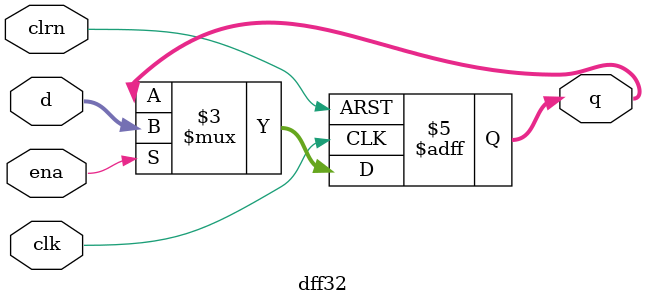
<source format=v>
`timescale 1ns / 1ps


module dff32 (d,clk,clrn,ena,q);
	input [31:0] d;
	input clk,clrn,ena;
	output reg [31:0] q;
	
	always@(posedge clrn or posedge clk)
	begin
		if (clrn == 1) 
			q<=32'h00000000;
        else if(ena)
			q<=d;
	end
endmodule		
</source>
